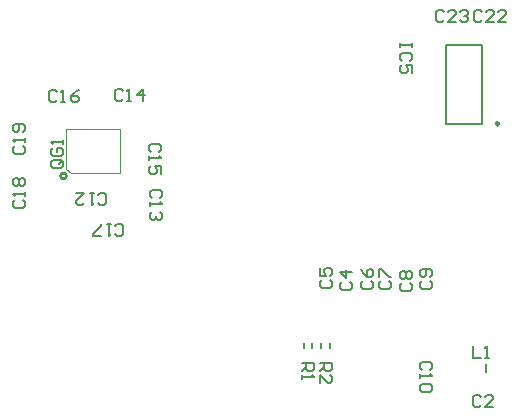
<source format=gbo>
%FSLAX43Y43*%
%MOMM*%
G71*
G01*
G75*
G04 Layer_Color=32896*
%ADD10C,0.305*%
%ADD11C,1.000*%
%ADD12O,0.350X2.000*%
%ADD13R,0.700X0.900*%
%ADD14R,0.900X0.800*%
%ADD15R,0.800X0.900*%
%ADD16R,0.900X0.700*%
%ADD17O,1.800X0.300*%
%ADD18O,0.300X1.800*%
%ADD19O,0.450X2.200*%
%ADD20R,1.050X2.200*%
%ADD21R,1.000X1.050*%
%ADD22C,0.127*%
%ADD23C,4.500*%
%ADD24C,1.500*%
%ADD25C,1.300*%
%ADD26R,1.300X1.300*%
%ADD27C,0.889*%
%ADD28R,1.400X1.100*%
%ADD29R,1.400X1.200*%
%ADD30R,2.100X0.900*%
%ADD31R,2.100X3.200*%
%ADD32C,0.600*%
%ADD33C,0.250*%
%ADD34C,0.200*%
%ADD35C,0.100*%
%ADD36C,0.152*%
%ADD37C,0.152*%
%ADD38C,1.203*%
%ADD39C,2.000*%
%ADD40O,0.553X2.203*%
%ADD41R,0.903X1.103*%
%ADD42R,1.103X1.003*%
%ADD43R,1.003X1.103*%
%ADD44R,1.103X0.903*%
%ADD45O,2.003X0.503*%
%ADD46O,0.503X2.003*%
%ADD47O,0.653X2.403*%
%ADD48R,1.253X2.403*%
%ADD49R,1.203X1.253*%
%ADD50C,4.703*%
%ADD51C,1.703*%
%ADD52C,1.503*%
%ADD53R,1.503X1.503*%
%ADD54C,1.092*%
%ADD55R,1.603X1.303*%
%ADD56R,1.603X1.403*%
%ADD57R,2.303X1.103*%
%ADD58R,2.303X3.403*%
%ADD59C,0.254*%
D33*
X56325Y32200D02*
G03*
X56325Y32200I125J0D01*
G01*
D34*
X40750Y13200D02*
Y13600D01*
X40050Y13200D02*
Y13600D01*
X41550Y13200D02*
Y13600D01*
X42250Y13200D02*
Y13600D01*
X55100Y32150D02*
Y38850D01*
X52100Y32150D02*
Y38850D01*
X55100Y32150D02*
X52100D01*
X55100Y38850D02*
X52100D01*
X55500Y11150D02*
Y11850D01*
D35*
X20325Y28025D02*
X19950Y28400D01*
Y31775D01*
X24450Y28025D02*
X20325D01*
X24450D02*
Y31775D01*
X19950D01*
D36*
X55077Y9046D02*
X54908Y9216D01*
X54569D01*
X54400Y9046D01*
Y8369D01*
X54569Y8200D01*
X54908D01*
X55077Y8369D01*
X56093Y8200D02*
X55416D01*
X56093Y8877D01*
Y9046D01*
X55923Y9216D01*
X55585D01*
X55416Y9046D01*
X54400Y13416D02*
Y12400D01*
X55077D01*
X55416D02*
X55754D01*
X55585D01*
Y13416D01*
X55416Y13246D01*
D37*
X51923Y41630D02*
X51754Y41800D01*
X51415D01*
X51246Y41630D01*
Y40953D01*
X51415Y40784D01*
X51754D01*
X51923Y40953D01*
X52939Y40784D02*
X52262D01*
X52939Y41461D01*
Y41630D01*
X52770Y41800D01*
X52431D01*
X52262Y41630D01*
X53277D02*
X53447Y41800D01*
X53785D01*
X53954Y41630D01*
Y41461D01*
X53785Y41292D01*
X53616D01*
X53785D01*
X53954Y41123D01*
Y40953D01*
X53785Y40784D01*
X53447D01*
X53277Y40953D01*
X43254Y18777D02*
X43084Y18608D01*
Y18269D01*
X43254Y18100D01*
X43931D01*
X44100Y18269D01*
Y18608D01*
X43931Y18777D01*
X44100Y19624D02*
X43084D01*
X43592Y19116D01*
Y19793D01*
X41554Y18977D02*
X41384Y18808D01*
Y18469D01*
X41554Y18300D01*
X42231D01*
X42400Y18469D01*
Y18808D01*
X42231Y18977D01*
X41384Y19993D02*
Y19316D01*
X41892D01*
X41723Y19654D01*
Y19823D01*
X41892Y19993D01*
X42231D01*
X42400Y19823D01*
Y19485D01*
X42231Y19316D01*
X45079Y18877D02*
X44909Y18708D01*
Y18369D01*
X45079Y18200D01*
X45756D01*
X45925Y18369D01*
Y18708D01*
X45756Y18877D01*
X44909Y19893D02*
X45079Y19554D01*
X45417Y19216D01*
X45756D01*
X45925Y19385D01*
Y19723D01*
X45756Y19893D01*
X45586D01*
X45417Y19723D01*
Y19216D01*
X46554Y18877D02*
X46384Y18708D01*
Y18369D01*
X46554Y18200D01*
X47231D01*
X47400Y18369D01*
Y18708D01*
X47231Y18877D01*
X46384Y19216D02*
Y19893D01*
X46554D01*
X47231Y19216D01*
X47400D01*
X48329Y18677D02*
X48159Y18508D01*
Y18169D01*
X48329Y18000D01*
X49006D01*
X49175Y18169D01*
Y18508D01*
X49006Y18677D01*
X48329Y19016D02*
X48159Y19185D01*
Y19524D01*
X48329Y19693D01*
X48498D01*
X48667Y19524D01*
X48836Y19693D01*
X49006D01*
X49175Y19524D01*
Y19185D01*
X49006Y19016D01*
X48836D01*
X48667Y19185D01*
X48498Y19016D01*
X48329D01*
X48667Y19185D02*
Y19524D01*
X50054Y18877D02*
X49884Y18708D01*
Y18369D01*
X50054Y18200D01*
X50731D01*
X50900Y18369D01*
Y18708D01*
X50731Y18877D01*
Y19216D02*
X50900Y19385D01*
Y19723D01*
X50731Y19893D01*
X50054D01*
X49884Y19723D01*
Y19385D01*
X50054Y19216D01*
X50223D01*
X50392Y19385D01*
Y19893D01*
X50746Y11323D02*
X50916Y11492D01*
Y11831D01*
X50746Y12000D01*
X50069D01*
X49900Y11831D01*
Y11492D01*
X50069Y11323D01*
X49900Y10984D02*
Y10646D01*
Y10815D01*
X50916D01*
X50746Y10984D01*
Y10138D02*
X50916Y9969D01*
Y9630D01*
X50746Y9461D01*
X50069D01*
X49900Y9630D01*
Y9969D01*
X50069Y10138D01*
X50746D01*
X22619Y25458D02*
X22788Y25288D01*
X23127D01*
X23296Y25458D01*
Y26135D01*
X23127Y26304D01*
X22788D01*
X22619Y26135D01*
X22280Y26304D02*
X21942D01*
X22111D01*
Y25288D01*
X22280Y25458D01*
X20757Y26304D02*
X21434D01*
X20757Y25627D01*
Y25458D01*
X20926Y25288D01*
X21265D01*
X21434Y25458D01*
X27868Y25919D02*
X28038Y26088D01*
Y26427D01*
X27868Y26596D01*
X27191D01*
X27022Y26427D01*
Y26088D01*
X27191Y25919D01*
X27022Y25580D02*
Y25242D01*
Y25411D01*
X28038D01*
X27868Y25580D01*
Y24734D02*
X28038Y24565D01*
Y24226D01*
X27868Y24057D01*
X27699D01*
X27530Y24226D01*
Y24395D01*
Y24226D01*
X27361Y24057D01*
X27191D01*
X27022Y24226D01*
Y24565D01*
X27191Y24734D01*
X24721Y34946D02*
X24552Y35116D01*
X24213D01*
X24044Y34946D01*
Y34269D01*
X24213Y34100D01*
X24552D01*
X24721Y34269D01*
X25060Y34100D02*
X25398D01*
X25229D01*
Y35116D01*
X25060Y34946D01*
X26414Y34100D02*
Y35116D01*
X25906Y34608D01*
X26583D01*
X27752Y29759D02*
X27922Y29928D01*
Y30267D01*
X27752Y30436D01*
X27075D01*
X26906Y30267D01*
Y29928D01*
X27075Y29759D01*
X26906Y29420D02*
Y29082D01*
Y29251D01*
X27922D01*
X27752Y29420D01*
X27922Y27897D02*
Y28574D01*
X27414D01*
X27583Y28235D01*
Y28066D01*
X27414Y27897D01*
X27075D01*
X26906Y28066D01*
Y28405D01*
X27075Y28574D01*
X19133Y34846D02*
X18964Y35016D01*
X18625D01*
X18456Y34846D01*
Y34169D01*
X18625Y34000D01*
X18964D01*
X19133Y34169D01*
X19472Y34000D02*
X19810D01*
X19641D01*
Y35016D01*
X19472Y34846D01*
X20995Y35016D02*
X20657Y34846D01*
X20318Y34508D01*
Y34169D01*
X20487Y34000D01*
X20826D01*
X20995Y34169D01*
Y34339D01*
X20826Y34508D01*
X20318D01*
X24089Y22818D02*
X24258Y22648D01*
X24597D01*
X24766Y22818D01*
Y23495D01*
X24597Y23664D01*
X24258D01*
X24089Y23495D01*
X23750Y23664D02*
X23412D01*
X23581D01*
Y22648D01*
X23750Y22818D01*
X22904Y22648D02*
X22227D01*
Y22818D01*
X22904Y23495D01*
Y23664D01*
X15624Y25719D02*
X15454Y25550D01*
Y25211D01*
X15624Y25042D01*
X16301D01*
X16470Y25211D01*
Y25550D01*
X16301Y25719D01*
X16470Y26058D02*
Y26396D01*
Y26227D01*
X15454D01*
X15624Y26058D01*
Y26904D02*
X15454Y27073D01*
Y27412D01*
X15624Y27581D01*
X15793D01*
X15962Y27412D01*
X16131Y27581D01*
X16301D01*
X16470Y27412D01*
Y27073D01*
X16301Y26904D01*
X16131D01*
X15962Y27073D01*
X15793Y26904D01*
X15624D01*
X15962Y27073D02*
Y27412D01*
X15624Y30291D02*
X15454Y30122D01*
Y29783D01*
X15624Y29614D01*
X16301D01*
X16470Y29783D01*
Y30122D01*
X16301Y30291D01*
X16470Y30630D02*
Y30968D01*
Y30799D01*
X15454D01*
X15624Y30630D01*
X16301Y31476D02*
X16470Y31645D01*
Y31984D01*
X16301Y32153D01*
X15624D01*
X15454Y31984D01*
Y31645D01*
X15624Y31476D01*
X15793D01*
X15962Y31645D01*
Y32153D01*
X55123Y41630D02*
X54954Y41800D01*
X54615D01*
X54446Y41630D01*
Y40953D01*
X54615Y40784D01*
X54954D01*
X55123Y40953D01*
X56139Y40784D02*
X55462D01*
X56139Y41461D01*
Y41630D01*
X55970Y41800D01*
X55631D01*
X55462Y41630D01*
X57154Y40784D02*
X56477D01*
X57154Y41461D01*
Y41630D01*
X56985Y41800D01*
X56647D01*
X56477Y41630D01*
X49216Y39000D02*
Y38661D01*
Y38831D01*
X48200D01*
Y39000D01*
Y38661D01*
X49046Y37476D02*
X49216Y37646D01*
Y37984D01*
X49046Y38154D01*
X48369D01*
X48200Y37984D01*
Y37646D01*
X48369Y37476D01*
X49216Y36461D02*
Y37138D01*
X48708D01*
X48877Y36799D01*
Y36630D01*
X48708Y36461D01*
X48369D01*
X48200Y36630D01*
Y36969D01*
X48369Y37138D01*
X19487Y29153D02*
X18810D01*
X18640Y28983D01*
Y28645D01*
X18810Y28476D01*
X19487D01*
X19656Y28645D01*
Y28983D01*
X19317Y28814D02*
X19656Y29153D01*
Y28983D02*
X19487Y29153D01*
X18810Y30168D02*
X18640Y29999D01*
Y29661D01*
X18810Y29491D01*
X19487D01*
X19656Y29661D01*
Y29999D01*
X19487Y30168D01*
X19148D01*
Y29830D01*
X19656Y30507D02*
Y30846D01*
Y30676D01*
X18640D01*
X18810Y30507D01*
X39900Y11900D02*
X40916D01*
Y11392D01*
X40746Y11223D01*
X40408D01*
X40239Y11392D01*
Y11900D01*
Y11561D02*
X39900Y11223D01*
Y10884D02*
Y10546D01*
Y10715D01*
X40916D01*
X40746Y10884D01*
X41400Y11900D02*
X42416D01*
Y11392D01*
X42246Y11223D01*
X41908D01*
X41739Y11392D01*
Y11900D01*
Y11561D02*
X41400Y11223D01*
Y10207D02*
Y10884D01*
X42077Y10207D01*
X42246D01*
X42416Y10376D01*
Y10715D01*
X42246Y10884D01*
D59*
X19450Y27775D02*
G03*
X19450Y27775I250J0D01*
G01*
M02*

</source>
